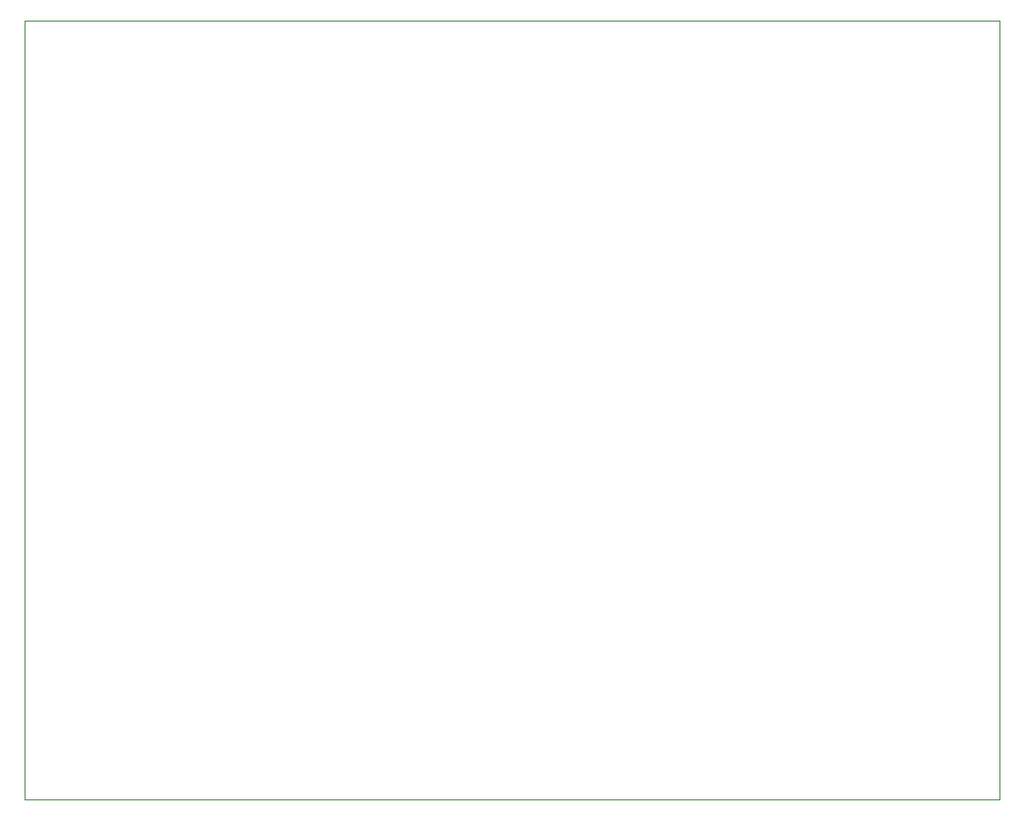
<source format=gbr>
%TF.GenerationSoftware,KiCad,Pcbnew,8.0.1*%
%TF.CreationDate,2024-11-05T21:38:58+00:00*%
%TF.ProjectId,Tiny4xPoweredStereoMixer,54696e79-3478-4506-9f77-657265645374,C*%
%TF.SameCoordinates,Original*%
%TF.FileFunction,Profile,NP*%
%FSLAX46Y46*%
G04 Gerber Fmt 4.6, Leading zero omitted, Abs format (unit mm)*
G04 Created by KiCad (PCBNEW 8.0.1) date 2024-11-05 21:38:58*
%MOMM*%
%LPD*%
G01*
G04 APERTURE LIST*
%TA.AperFunction,Profile*%
%ADD10C,0.100000*%
%TD*%
G04 APERTURE END LIST*
D10*
X101650800Y-117652800D02*
X101650800Y-50444400D01*
X101650800Y-50444400D02*
X185650800Y-50444400D01*
X185650800Y-50444400D02*
X185650800Y-117652800D01*
X185650800Y-117652800D02*
X101650800Y-117652800D01*
M02*

</source>
